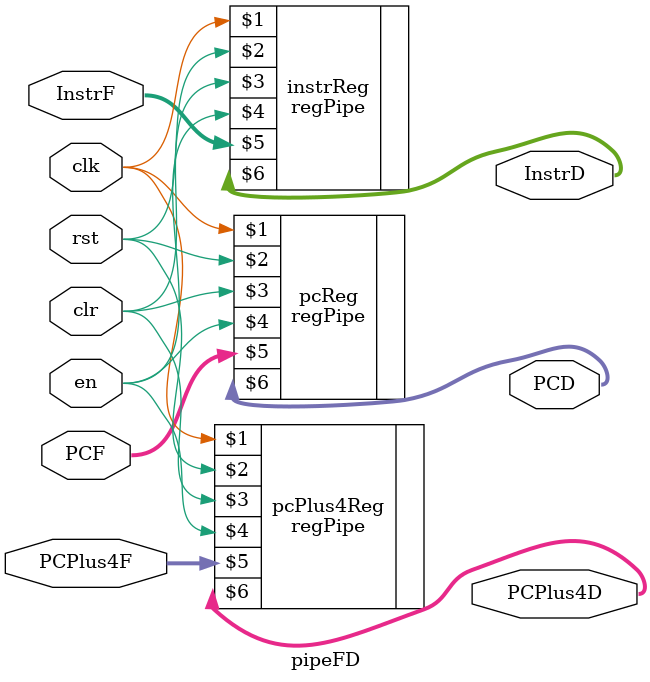
<source format=v>
module pipeFD(clk, rst, en, clr, 
                InstrF, PCF, PCPlus4F, 
                InstrD, PCD, PCPlus4D);

        input clk, rst, en, clr;
        input [31:0] InstrF, PCF, PCPlus4F;
        output [31:0] InstrD, PCD, PCPlus4D;
	
        regPipe #(32) instrReg(clk, rst, clr, en, InstrF, InstrD);
        regPipe #(32) pcReg(clk, rst, clr, en, PCF, PCD);
        regPipe #(32) pcPlus4Reg(clk, rst, clr, en, PCPlus4F, PCPlus4D);
endmodule

</source>
